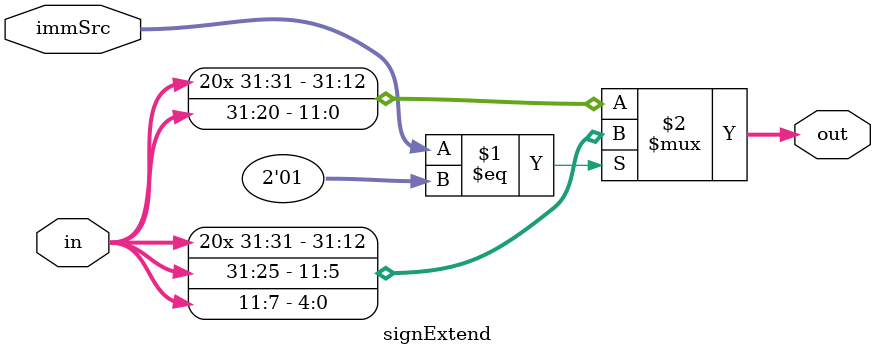
<source format=v>
`timescale 1ns / 1ps

module signExtend(
    input [31:0] in,
    input [1:0] immSrc,
    output [31:0] out
    );
    
    assign out = (immSrc==2'b01) ? {{20{in[31]}},in[31:25],in[11:7]} : {{20{in[31]}},in[31:20]};
endmodule

</source>
